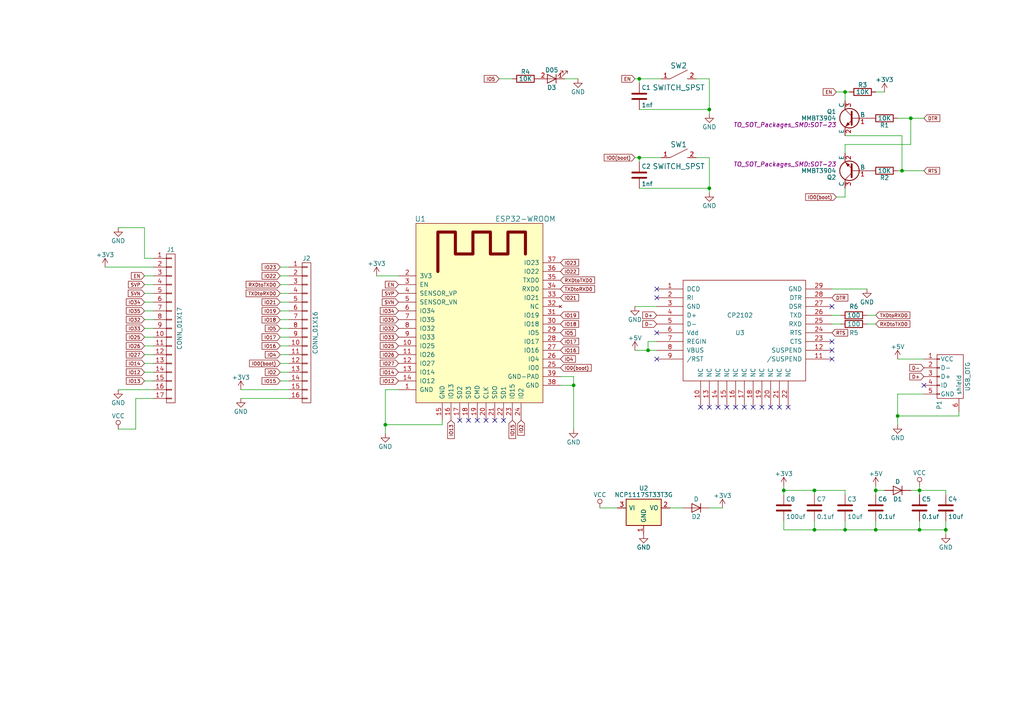
<source format=kicad_sch>
(kicad_sch (version 20230121) (generator eeschema)
  (paper "A4")
  (title_block (title "ESP32Stack") (date "2017-04-20") (rev "1.0") (comment 1 "by asukiaaa") (comment 2 "github.com/asukiaaa/esp32stack"))
  (lib_symbols
    (symbol "esp32stack-rescue:+3.3V" (power) (pin_names (offset 0))
      (property "Value" "+3.3V" (at 0 3.556 0))
      (symbol "+3.3V_0_1"
        (polyline (pts (xy -0.762 1.27) (xy 0 2.54)))
        (polyline (pts (xy 0 0) (xy 0 2.54)))
        (polyline (pts (xy 0 2.54) (xy 0.762 1.27)))
      )
      (symbol "+3.3V_1_1"
        (pin power_in line (at 0 0 90) (length 0) hide (name "+3V3") (number "1"))
      )
    )
    (symbol "esp32stack-rescue:+5V" (power) (pin_names (offset 0))
      (property "Value" "+5V" (at 0 3.556 0))
      (symbol "+5V_0_1"
        (polyline (pts (xy -0.762 1.27) (xy 0 2.54)))
        (polyline (pts (xy 0 0) (xy 0 2.54)))
        (polyline (pts (xy 0 2.54) (xy 0.762 1.27)))
      )
      (symbol "+5V_1_1"
        (pin power_in line (at 0 0 90) (length 0) hide (name "+5V") (number "1"))
      )
    )
    (symbol "esp32stack-rescue:C" (pin_numbers hide) (pin_names (offset 0.254))
      (property "Reference" "C" (at 0.635 2.54 0))
      (property "Value" "C" (at 0.635 -2.54 0))
      (symbol "C_0_1"
        (polyline (pts (xy -2.032 -0.762) (xy 2.032 -0.762)) (stroke (width 0.508)))
        (polyline (pts (xy -2.032 0.762) (xy 2.032 0.762)) (stroke (width 0.508)))
      )
      (symbol "C_1_1"
        (pin passive line (at 0 3.81 270) (length 2.794) (name "~") (number "1"))
        (pin passive line (at 0 -3.81 90) (length 2.794) (name "~") (number "2"))
      )
    )
    (symbol "esp32stack-rescue:CONN_01X16" (pin_names (offset 1.016) hide)
      (property "Reference" "J" (at 0 21.59 0))
      (property "Value" "CONN_01X16" (at 2.54 0 90))
      (symbol "CONN_01X16_0_1"
        (rectangle (start -1.27 -18.923) (end 0.254 -19.177))
        (rectangle (start -1.27 -16.383) (end 0.254 -16.637))
        (rectangle (start -1.27 -13.843) (end 0.254 -14.097))
        (rectangle (start -1.27 -11.303) (end 0.254 -11.557))
        (rectangle (start -1.27 -8.763) (end 0.254 -9.017))
        (rectangle (start -1.27 -6.223) (end 0.254 -6.477))
        (rectangle (start -1.27 -3.683) (end 0.254 -3.937))
        (rectangle (start -1.27 -1.143) (end 0.254 -1.397))
        (rectangle (start -1.27 1.397) (end 0.254 1.143))
        (rectangle (start -1.27 3.937) (end 0.254 3.683))
        (rectangle (start -1.27 6.477) (end 0.254 6.223))
        (rectangle (start -1.27 9.017) (end 0.254 8.763))
        (rectangle (start -1.27 11.557) (end 0.254 11.303))
        (rectangle (start -1.27 14.097) (end 0.254 13.843))
        (rectangle (start -1.27 16.637) (end 0.254 16.383))
        (rectangle (start -1.27 19.177) (end 0.254 18.923))
        (rectangle (start -1.27 20.32) (end 1.27 -20.32))
      )
      (symbol "CONN_01X16_1_1"
        (pin passive line (at -5.08 19.05 0) (length 3.81) (name "P1") (number "1"))
        (pin passive line (at -5.08 -3.81 0) (length 3.81) (name "P10") (number "10"))
        (pin passive line (at -5.08 -6.35 0) (length 3.81) (name "P11") (number "11"))
        (pin passive line (at -5.08 -8.89 0) (length 3.81) (name "P12") (number "12"))
        (pin passive line (at -5.08 -11.43 0) (length 3.81) (name "P13") (number "13"))
        (pin passive line (at -5.08 -13.97 0) (length 3.81) (name "P14") (number "14"))
        (pin passive line (at -5.08 -16.51 0) (length 3.81) (name "P15") (number "15"))
        (pin passive line (at -5.08 -19.05 0) (length 3.81) (name "P16") (number "16"))
        (pin passive line (at -5.08 16.51 0) (length 3.81) (name "P2") (number "2"))
        (pin passive line (at -5.08 13.97 0) (length 3.81) (name "P3") (number "3"))
        (pin passive line (at -5.08 11.43 0) (length 3.81) (name "P4") (number "4"))
        (pin passive line (at -5.08 8.89 0) (length 3.81) (name "P5") (number "5"))
        (pin passive line (at -5.08 6.35 0) (length 3.81) (name "P6") (number "6"))
        (pin passive line (at -5.08 3.81 0) (length 3.81) (name "P7") (number "7"))
        (pin passive line (at -5.08 1.27 0) (length 3.81) (name "P8") (number "8"))
        (pin passive line (at -5.08 -1.27 0) (length 3.81) (name "P9") (number "9"))
      )
    )
    (symbol "esp32stack-rescue:CONN_01X17" (pin_names (offset 1.016) hide)
      (property "Reference" "J" (at 0 22.86 0))
      (property "Value" "CONN_01X17" (at 2.54 0 90))
      (symbol "CONN_01X17_0_1"
        (rectangle (start -1.27 -20.193) (end 0.254 -20.447))
        (rectangle (start -1.27 -17.653) (end 0.254 -17.907))
        (rectangle (start -1.27 -15.113) (end 0.254 -15.367))
        (rectangle (start -1.27 -12.573) (end 0.254 -12.827))
        (rectangle (start -1.27 -10.033) (end 0.254 -10.287))
        (rectangle (start -1.27 -7.493) (end 0.254 -7.747))
        (rectangle (start -1.27 -4.953) (end 0.254 -5.207))
        (rectangle (start -1.27 -2.413) (end 0.254 -2.667))
        (rectangle (start -1.27 0.127) (end 0.254 -0.127))
        (rectangle (start -1.27 2.667) (end 0.254 2.413))
        (rectangle (start -1.27 5.207) (end 0.254 4.953))
        (rectangle (start -1.27 7.747) (end 0.254 7.493))
        (rectangle (start -1.27 10.287) (end 0.254 10.033))
        (rectangle (start -1.27 12.827) (end 0.254 12.573))
        (rectangle (start -1.27 15.367) (end 0.254 15.113))
        (rectangle (start -1.27 17.907) (end 0.254 17.653))
        (rectangle (start -1.27 20.447) (end 0.254 20.193))
        (rectangle (start -1.27 21.59) (end 1.27 -21.59))
      )
      (symbol "CONN_01X17_1_1"
        (pin passive line (at -5.08 20.32 0) (length 3.81) (name "P1") (number "1"))
        (pin passive line (at -5.08 -2.54 0) (length 3.81) (name "P10") (number "10"))
        (pin passive line (at -5.08 -5.08 0) (length 3.81) (name "P11") (number "11"))
        (pin passive line (at -5.08 -7.62 0) (length 3.81) (name "P12") (number "12"))
        (pin passive line (at -5.08 -10.16 0) (length 3.81) (name "P13") (number "13"))
        (pin passive line (at -5.08 -12.7 0) (length 3.81) (name "P14") (number "14"))
        (pin passive line (at -5.08 -15.24 0) (length 3.81) (name "P15") (number "15"))
        (pin passive line (at -5.08 -17.78 0) (length 3.81) (name "P16") (number "16"))
        (pin passive line (at -5.08 -20.32 0) (length 3.81) (name "P17") (number "17"))
        (pin passive line (at -5.08 17.78 0) (length 3.81) (name "P2") (number "2"))
        (pin passive line (at -5.08 15.24 0) (length 3.81) (name "P3") (number "3"))
        (pin passive line (at -5.08 12.7 0) (length 3.81) (name "P4") (number "4"))
        (pin passive line (at -5.08 10.16 0) (length 3.81) (name "P5") (number "5"))
        (pin passive line (at -5.08 7.62 0) (length 3.81) (name "P6") (number "6"))
        (pin passive line (at -5.08 5.08 0) (length 3.81) (name "P7") (number "7"))
        (pin passive line (at -5.08 2.54 0) (length 3.81) (name "P8") (number "8"))
        (pin passive line (at -5.08 0 0) (length 3.81) (name "P9") (number "9"))
      )
    )
    (symbol "esp32stack-rescue:CP2102" (pin_names (offset 1.016))
      (property "Reference" "U" (at 0 -2.54 0))
      (property "Value" "CP2102" (at 0 2.54 0))
      (symbol "CP2102_0_1"
        (rectangle (start -16.51 12.7) (end 19.05 -16.51))
      )
      (symbol "CP2102_1_1"
        (pin input line (at -24.13 10.16 0) (length 7.62) (name "DCD") (number "1"))
        (pin input line (at -11.43 -24.13 90) (length 7.62) (name "NC") (number "10"))
        (pin input line (at 26.67 -10.16 180) (length 7.62) (name "/SUSPEND") (number "11"))
        (pin input line (at 26.67 -7.62 180) (length 7.62) (name "SUSPEND") (number "12"))
        (pin input line (at -8.89 -24.13 90) (length 7.62) (name "NC") (number "13"))
        (pin input line (at -6.35 -24.13 90) (length 7.62) (name "NC") (number "14"))
        (pin input line (at -3.81 -24.13 90) (length 7.62) (name "NC") (number "15"))
        (pin input line (at -1.27 -24.13 90) (length 7.62) (name "NC") (number "16"))
        (pin input line (at 1.27 -24.13 90) (length 7.62) (name "NC") (number "17"))
        (pin input line (at 3.81 -24.13 90) (length 7.62) (name "NC") (number "18"))
        (pin input line (at 6.35 -24.13 90) (length 7.62) (name "NC") (number "19"))
        (pin input line (at -24.13 7.62 0) (length 7.62) (name "RI") (number "2"))
        (pin input line (at 8.89 -24.13 90) (length 7.62) (name "NC") (number "20"))
        (pin input line (at 11.43 -24.13 90) (length 7.62) (name "NC") (number "21"))
        (pin input line (at 13.97 -24.13 90) (length 7.62) (name "NC") (number "22"))
        (pin input line (at 26.67 -5.08 180) (length 7.62) (name "CTS") (number "23"))
        (pin input line (at 26.67 -2.54 180) (length 7.62) (name "RTS") (number "24"))
        (pin input line (at 26.67 0 180) (length 7.62) (name "RXD") (number "25"))
        (pin input line (at 26.67 2.54 180) (length 7.62) (name "TXD") (number "26"))
        (pin input line (at 26.67 5.08 180) (length 7.62) (name "DSR") (number "27"))
        (pin input line (at 26.67 7.62 180) (length 7.62) (name "DTR") (number "28"))
        (pin input line (at 26.67 10.16 180) (length 7.62) (name "GND") (number "29"))
        (pin input line (at -24.13 5.08 0) (length 7.62) (name "GND") (number "3"))
        (pin input line (at -24.13 2.54 0) (length 7.62) (name "D+") (number "4"))
        (pin input line (at -24.13 0 0) (length 7.62) (name "D-") (number "5"))
        (pin input line (at -24.13 -2.54 0) (length 7.62) (name "Vdd") (number "6"))
        (pin input line (at -24.13 -5.08 0) (length 7.62) (name "REGIN") (number "7"))
        (pin input line (at -24.13 -7.62 0) (length 7.62) (name "VBUS") (number "8"))
        (pin input line (at -24.13 -10.16 0) (length 7.62) (name "/RST") (number "9"))
      )
    )
    (symbol "esp32stack-rescue:D" (pin_numbers hide) (pin_names (offset 1.016) hide)
      (property "Reference" "D" (at 0 2.54 0))
      (property "Value" "D" (at 0 -2.54 0))
      (symbol "D_0_1"
        (polyline (pts (xy -1.27 1.27) (xy -1.27 -1.27)) (stroke (width 0.2032)))
        (polyline (pts (xy 1.27 0) (xy -1.27 0)))
        (polyline (pts (xy 1.27 1.27) (xy 1.27 -1.27) (xy -1.27 0) (xy 1.27 1.27)) (stroke (width 0.2032)))
      )
      (symbol "D_1_1"
        (pin passive line (at -3.81 0 0) (length 2.54) (name "K") (number "1"))
        (pin passive line (at 3.81 0 180) (length 2.54) (name "A") (number "2"))
      )
    )
    (symbol "esp32stack-rescue:ESP32-WROOM" (pin_names (offset 1.016))
      (property "Reference" "U" (at -17.78 31.75 0))
      (property "Value" "ESP32-WROOM" (at 12.7 31.75 0))
      (symbol "ESP32-WROOM_0_1"
        (rectangle (start -19.05 30.48) (end 17.78 -21.59) (fill (type background)))
        (polyline (pts (xy -12.7 16.51) (xy -12.7 27.94) (xy -7.62 27.94) (xy -7.62 21.59) (xy -2.54 21.59) (xy -2.54 27.94) (xy 2.54 27.94) (xy 2.54 21.59) (xy 7.62 21.59) (xy 7.62 27.94) (xy 12.7 27.94) (xy 12.7 21.59)) (stroke (width 0.889)))
      )
      (symbol "ESP32-WROOM_1_1"
        (pin power_out line (at -24.13 -17.78 0) (length 5.08) (name "GND") (number "1"))
        (pin bidirectional line (at -24.13 -5.08 0) (length 5.08) (name "IO25") (number "10"))
        (pin bidirectional line (at -24.13 -7.62 0) (length 5.08) (name "IO26") (number "11"))
        (pin bidirectional line (at -24.13 -10.16 0) (length 5.08) (name "IO27") (number "12"))
        (pin bidirectional line (at -24.13 -12.7 0) (length 5.08) (name "IO14") (number "13"))
        (pin bidirectional line (at -24.13 -15.24 0) (length 5.08) (name "IO12") (number "14"))
        (pin power_in line (at -11.43 -26.67 90) (length 5.08) (name "GND") (number "15"))
        (pin bidirectional line (at -8.89 -26.67 90) (length 5.08) (name "IO13") (number "16"))
        (pin bidirectional line (at -6.35 -26.67 90) (length 5.08) (name "SD2") (number "17"))
        (pin bidirectional line (at -3.81 -26.67 90) (length 5.08) (name "SD3") (number "18"))
        (pin bidirectional line (at -1.27 -26.67 90) (length 5.08) (name "CMD") (number "19"))
        (pin power_in line (at -24.13 15.24 0) (length 5.08) (name "3V3") (number "2"))
        (pin input line (at 1.27 -26.67 90) (length 5.08) (name "CLK") (number "20"))
        (pin bidirectional line (at 3.81 -26.67 90) (length 5.08) (name "SDO") (number "21"))
        (pin bidirectional line (at 6.35 -26.67 90) (length 5.08) (name "SD1") (number "22"))
        (pin bidirectional line (at 8.89 -26.67 90) (length 5.08) (name "IO15") (number "23"))
        (pin bidirectional line (at 11.43 -26.67 90) (length 5.08) (name "IO2") (number "24"))
        (pin bidirectional line (at 22.86 -11.43 180) (length 5.08) (name "IO0") (number "25"))
        (pin input line (at 22.86 -8.89 180) (length 5.08) (name "IO4") (number "26"))
        (pin bidirectional line (at 22.86 -6.35 180) (length 5.08) (name "IO16") (number "27"))
        (pin bidirectional line (at 22.86 -3.81 180) (length 5.08) (name "IO17") (number "28"))
        (pin bidirectional line (at 22.86 -1.27 180) (length 5.08) (name "IO5") (number "29"))
        (pin input line (at -24.13 12.7 0) (length 5.08) (name "EN") (number "3"))
        (pin input line (at 22.86 1.27 180) (length 5.08) (name "IO18") (number "30"))
        (pin bidirectional line (at 22.86 3.81 180) (length 5.08) (name "IO19") (number "31"))
        (pin no_connect line (at 22.86 6.35 180) (length 5.08) (name "NC") (number "32"))
        (pin bidirectional line (at 22.86 8.89 180) (length 5.08) (name "IO21") (number "33"))
        (pin bidirectional line (at 22.86 11.43 180) (length 5.08) (name "RXD0") (number "34"))
        (pin bidirectional line (at 22.86 13.97 180) (length 5.08) (name "TXD0") (number "35"))
        (pin bidirectional line (at 22.86 16.51 180) (length 5.08) (name "IO22") (number "36"))
        (pin bidirectional line (at 22.86 19.05 180) (length 5.08) (name "IO23") (number "37"))
        (pin power_in line (at 22.86 -16.51 180) (length 5.08) (name "GND") (number "38"))
        (pin power_in line (at 22.86 -13.97 180) (length 5.08) (name "GND-PAD") (number "39"))
        (pin input line (at -24.13 10.16 0) (length 5.08) (name "SENSOR_VP") (number "4"))
        (pin input line (at -24.13 7.62 0) (length 5.08) (name "SENSOR_VN") (number "5"))
        (pin bidirectional line (at -24.13 5.08 0) (length 5.08) (name "IO34") (number "6"))
        (pin bidirectional line (at -24.13 2.54 0) (length 5.08) (name "IO35") (number "7"))
        (pin bidirectional line (at -24.13 0 0) (length 5.08) (name "IO32") (number "8"))
        (pin bidirectional line (at -24.13 -2.54 0) (length 5.08) (name "IO33") (number "9"))
      )
    )
    (symbol "esp32stack-rescue:GND" (power) (pin_names (offset 0))
      (property "Value" "GND" (at 0 -3.81 0))
      (symbol "GND_0_1"
        (polyline (pts (xy 0 0) (xy 0 -1.27) (xy 1.27 -1.27) (xy 0 -2.54) (xy -1.27 -1.27) (xy 0 -1.27)))
      )
      (symbol "GND_1_1"
        (pin power_in line (at 0 0 270) (length 0) hide (name "GND") (number "1"))
      )
    )
    (symbol "esp32stack-rescue:LED" (pin_names (offset 1.016) hide)
      (property "Reference" "D" (at 0 2.54 0))
      (property "Value" "LED" (at 0 -2.54 0))
      (symbol "LED_0_1"
        (polyline (pts (xy -1.27 -1.27) (xy -1.27 1.27)) (stroke (width 0.2032)))
        (polyline (pts (xy -1.27 0) (xy 1.27 0)))
        (polyline (pts (xy 1.27 -1.27) (xy 1.27 1.27) (xy -1.27 0) (xy 1.27 -1.27)) (stroke (width 0.2032)))
        (polyline (pts (xy -3.048 -0.762) (xy -4.572 -2.286) (xy -3.81 -2.286) (xy -4.572 -2.286) (xy -4.572 -1.524)))
        (polyline (pts (xy -1.778 -0.762) (xy -3.302 -2.286) (xy -2.54 -2.286) (xy -3.302 -2.286) (xy -3.302 -1.524)))
      )
      (symbol "LED_1_1"
        (pin passive line (at -3.81 0 0) (length 2.54) (name "K") (number "1"))
        (pin passive line (at 3.81 0 180) (length 2.54) (name "A") (number "2"))
      )
    )
    (symbol "esp32stack-rescue:MMBT3904" (pin_names (offset 0))
      (property "Reference" "Q" (at 5.08 1.905 0))
      (property "Value" "MMBT3904" (at 5.08 0 0))
      (symbol "MMBT3904_0_1"
        (polyline (pts (xy 0 0) (xy 0.635 0)))
        (polyline (pts (xy 0.635 0.635) (xy 2.54 2.54)))
        (polyline (pts (xy 0.635 -0.635) (xy 2.54 -2.54) (xy 2.54 -2.54)))
        (polyline (pts (xy 0.635 1.905) (xy 0.635 -1.905) (xy 0.635 -1.905)) (stroke (width 0.508)))
        (polyline (pts (xy 1.27 -1.778) (xy 1.778 -1.27) (xy 2.286 -2.286) (xy 1.27 -1.778) (xy 1.27 -1.778)) (fill (type outline)))
        (circle (center 1.27 0) (radius 2.8194) (stroke (width 0.254)))
      )
      (symbol "MMBT3904_1_1"
        (pin input line (at -5.08 0 0) (length 5.08) (name "B") (number "1"))
        (pin passive line (at 2.54 -5.08 90) (length 2.54) (name "E") (number "2"))
        (pin passive line (at 2.54 5.08 270) (length 2.54) (name "C") (number "3"))
      )
    )
    (symbol "esp32stack-rescue:NCP1117ST33T3G" (pin_names (offset 0.762))
      (property "Reference" "U" (at 0 5.715 0))
      (property "Value" "NCP1117ST33T3G" (at 0 3.81 0))
      (symbol "NCP1117ST33T3G_0_1"
        (rectangle (start -5.08 2.54) (end 5.08 -5.08) (stroke (width 0.254)) (fill (type background)))
      )
      (symbol "NCP1117ST33T3G_1_1"
        (pin power_in line (at 0 -7.62 90) (length 2.54) (name "GND") (number "1"))
        (pin power_out line (at 7.62 0 180) (length 2.54) (name "VO") (number "2"))
        (pin power_in line (at -7.62 0 0) (length 2.54) (name "VI") (number "3"))
      )
    )
    (symbol "esp32stack-rescue:R" (pin_numbers hide) (pin_names (offset 0))
      (property "Reference" "R" (at 2.032 0 90))
      (property "Value" "R" (at 0 0 90))
      (symbol "R_0_1"
        (rectangle (start -1.016 -2.54) (end 1.016 2.54) (stroke (width 0.254)))
      )
      (symbol "R_1_1"
        (pin passive line (at 0 3.81 270) (length 1.27) (name "~") (number "1"))
        (pin passive line (at 0 -3.81 90) (length 1.27) (name "~") (number "2"))
      )
    )
    (symbol "esp32stack-rescue:SWITCH_SPST" (pin_names (offset 1.016))
      (property "Reference" "SW" (at 0 3.81 0))
      (property "Value" "SWITCH_SPST" (at 0 -2.54 0))
      (symbol "SWITCH_SPST_0_1"
        (polyline (pts (xy -2.54 0) (xy 2.54 2.54)))
      )
      (symbol "SWITCH_SPST_1_1"
        (pin input line (at -5.08 0 0) (length 2.54) (name "~") (number "1"))
        (pin input line (at 5.08 0 180) (length 2.54) (name "~") (number "2"))
      )
    )
    (symbol "esp32stack-rescue:USB_OTG-RESCUE-esp32stack" (pin_names (offset 1.016))
      (property "Reference" "P" (at 8.255 -3.175 0))
      (property "Value" "USB_OTG-RESCUE-esp32stack" (at 0 5.08 0))
      (symbol "USB_OTG-RESCUE-esp32stack_0_1"
        (rectangle (start -6.35 -3.81) (end 6.35 3.81))
        (rectangle (start -5.207 -3.81) (end -4.953 -3.048))
        (rectangle (start -2.667 -3.81) (end -2.413 -3.048))
        (rectangle (start -0.127 -3.81) (end 0.127 -3.048))
        (rectangle (start 2.413 -3.81) (end 2.667 -3.048))
        (rectangle (start 4.953 -3.81) (end 5.207 -3.048))
      )
      (symbol "USB_OTG-RESCUE-esp32stack_1_1"
        (pin power_out line (at -5.08 -7.62 90) (length 3.81) (name "VCC") (number "1"))
        (pin passive line (at -2.54 -7.62 90) (length 3.81) (name "D-") (number "2"))
        (pin passive line (at 0 -7.62 90) (length 3.81) (name "D+") (number "3"))
        (pin power_in line (at 2.54 -7.62 90) (length 3.81) (name "ID") (number "4"))
        (pin power_in line (at 5.08 -7.62 90) (length 3.81) (name "GND") (number "5"))
        (pin passive line (at 10.16 2.54 180) (length 3.81) (name "shield") (number "6"))
      )
    )
    (symbol "esp32stack-rescue:VCC" (power) (pin_names (offset 0))
      (property "Value" "VCC" (at 0 3.81 0))
      (symbol "VCC_0_1"
        (polyline (pts (xy 0 0) (xy 0 1.27)))
        (circle (center 0 1.905) (radius 0.635))
      )
      (symbol "VCC_1_1"
        (pin power_in line (at 0 0 90) (length 0) hide (name "VCC") (number "1"))
      )
    )
  )
  (junction (at 264.16 34.29))
  (junction (at 205.74 54.61))
  (junction (at 185.42 45.72))
  (junction (at 205.74 31.75))
  (junction (at 254 142.24))
  (junction (at 227.33 142.24))
  (junction (at 187.96 101.6))
  (junction (at 111.76 123.19))
  (junction (at 261.62 49.53))
  (junction (at 166.37 111.76))
  (junction (at 236.22 142.24))
  (junction (at 260.35 120.65))
  (junction (at 245.11 26.67))
  (junction (at 266.7 142.24))
  (junction (at 185.42 22.86))
  (junction (at 266.7 153.67))
  (junction (at 254 153.67))
  (junction (at 274.32 153.67))
  (junction (at 236.22 153.67))
  (junction (at 245.11 153.67))
  (no_connect (at 226.06 118.11))
  (no_connect (at 335.28 90.17))
  (no_connect (at 208.28 118.11))
  (no_connect (at 241.3 88.9))
  (no_connect (at 203.2 118.11))
  (no_connect (at 220.98 118.11))
  (no_connect (at 210.82 118.11))
  (no_connect (at 143.51 121.92))
  (no_connect (at 138.43 121.92))
  (no_connect (at 190.5 96.52))
  (no_connect (at 223.52 118.11))
  (no_connect (at 205.74 118.11))
  (no_connect (at 146.05 121.92))
  (no_connect (at 241.3 101.6))
  (no_connect (at 215.9 118.11))
  (no_connect (at 241.3 104.14))
  (no_connect (at 133.35 121.92))
  (no_connect (at 190.5 104.14))
  (no_connect (at 218.44 118.11))
  (no_connect (at 135.89 121.92))
  (no_connect (at 241.3 99.06))
  (no_connect (at 228.6 118.11))
  (no_connect (at 213.36 118.11))
  (no_connect (at 267.97 111.76))
  (no_connect (at 140.97 121.92))
  (no_connect (at 190.5 86.36))
  (no_connect (at 190.5 83.82))
  (wire (pts (xy 190.5 99.06) (xy 187.96 99.06)))
  (wire (pts (xy 264.16 41.91) (xy 264.16 34.29)))
  (wire (pts (xy 245.11 41.91) (xy 264.16 41.91)))
  (wire (pts (xy 41.91 95.25) (xy 44.45 95.25)))
  (wire (pts (xy 266.7 142.24) (xy 266.7 143.51)))
  (wire (pts (xy 260.35 114.3) (xy 260.35 120.65)))
  (wire (pts (xy 41.91 100.33) (xy 44.45 100.33)))
  (wire (pts (xy 227.33 142.24) (xy 227.33 143.51)))
  (wire (pts (xy 34.29 113.03) (xy 44.45 113.03)))
  (wire (pts (xy 254 26.67) (xy 256.54 26.67)))
  (wire (pts (xy 173.99 147.32) (xy 179.07 147.32)))
  (wire (pts (xy 41.91 82.55) (xy 44.45 82.55)))
  (wire (pts (xy 41.91 74.93) (xy 44.45 74.93)))
  (wire (pts (xy 245.11 26.67) (xy 246.38 26.67)))
  (wire (pts (xy 205.74 54.61) (xy 205.74 55.88)))
  (wire (pts (xy 236.22 143.51) (xy 236.22 142.24)))
  (wire (pts (xy 111.76 123.19) (xy 111.76 125.73)))
  (wire (pts (xy 162.56 109.22) (xy 166.37 109.22)))
  (wire (pts (xy 242.57 26.67) (xy 245.11 26.67)))
  (wire (pts (xy 201.93 45.72) (xy 205.74 45.72)))
  (wire (pts (xy 41.91 97.79) (xy 44.45 97.79)))
  (wire (pts (xy 41.91 110.49) (xy 44.45 110.49)))
  (wire (pts (xy 227.33 140.97) (xy 227.33 142.24)))
  (wire (pts (xy 30.48 77.47) (xy 44.45 77.47)))
  (wire (pts (xy 254 153.67) (xy 266.7 153.67)))
  (wire (pts (xy 166.37 109.22) (xy 166.37 111.76)))
  (wire (pts (xy 81.28 97.79) (xy 83.82 97.79)))
  (wire (pts (xy 41.91 80.01) (xy 44.45 80.01)))
  (wire (pts (xy 205.74 31.75) (xy 205.74 33.02)))
  (wire (pts (xy 41.91 107.95) (xy 44.45 107.95)))
  (wire (pts (xy 241.3 91.44) (xy 243.84 91.44)))
  (wire (pts (xy 69.85 115.57) (xy 83.82 115.57)))
  (wire (pts (xy 278.13 120.65) (xy 260.35 120.65)))
  (wire (pts (xy 41.91 92.71) (xy 44.45 92.71)))
  (wire (pts (xy 260.35 120.65) (xy 260.35 123.19)))
  (wire (pts (xy 185.42 54.61) (xy 205.74 54.61)))
  (wire (pts (xy 242.57 57.15) (xy 245.11 57.15)))
  (wire (pts (xy 69.85 113.03) (xy 83.82 113.03)))
  (wire (pts (xy 205.74 22.86) (xy 205.74 31.75)))
  (wire (pts (xy 260.35 34.29) (xy 264.16 34.29)))
  (wire (pts (xy 187.96 101.6) (xy 190.5 101.6)))
  (wire (pts (xy 39.37 124.46) (xy 34.29 124.46)))
  (wire (pts (xy 266.7 140.97) (xy 266.7 142.24)))
  (wire (pts (xy 241.3 93.98) (xy 243.84 93.98)))
  (wire (pts (xy 185.42 22.86) (xy 191.77 22.86)))
  (wire (pts (xy 115.57 113.03) (xy 111.76 113.03)))
  (wire (pts (xy 128.27 123.19) (xy 111.76 123.19)))
  (wire (pts (xy 264.16 142.24) (xy 266.7 142.24)))
  (wire (pts (xy 81.28 110.49) (xy 83.82 110.49)))
  (wire (pts (xy 34.29 66.04) (xy 41.91 66.04)))
  (wire (pts (xy 245.11 57.15) (xy 245.11 54.61)))
  (wire (pts (xy 39.37 115.57) (xy 44.45 115.57)))
  (wire (pts (xy 260.35 114.3) (xy 267.97 114.3)))
  (wire (pts (xy 251.46 93.98) (xy 254 93.98)))
  (wire (pts (xy 184.15 88.9) (xy 190.5 88.9)))
  (wire (pts (xy 236.22 151.13) (xy 236.22 153.67)))
  (wire (pts (xy 41.91 102.87) (xy 44.45 102.87)))
  (wire (pts (xy 184.15 101.6) (xy 187.96 101.6)))
  (wire (pts (xy 81.28 95.25) (xy 83.82 95.25)))
  (wire (pts (xy 163.83 22.86) (xy 167.64 22.86)))
  (wire (pts (xy 236.22 153.67) (xy 245.11 153.67)))
  (wire (pts (xy 236.22 142.24) (xy 245.11 142.24)))
  (wire (pts (xy 81.28 92.71) (xy 83.82 92.71)))
  (wire (pts (xy 81.28 87.63) (xy 83.82 87.63)))
  (wire (pts (xy 81.28 80.01) (xy 83.82 80.01)))
  (wire (pts (xy 261.62 39.37) (xy 261.62 49.53)))
  (wire (pts (xy 184.15 22.86) (xy 185.42 22.86)))
  (wire (pts (xy 39.37 115.57) (xy 39.37 124.46)))
  (wire (pts (xy 254 142.24) (xy 256.54 142.24)))
  (wire (pts (xy 41.91 90.17) (xy 44.45 90.17)))
  (wire (pts (xy 251.46 91.44) (xy 254 91.44)))
  (wire (pts (xy 41.91 105.41) (xy 44.45 105.41)))
  (wire (pts (xy 109.22 80.01) (xy 115.57 80.01)))
  (wire (pts (xy 205.74 45.72) (xy 205.74 54.61)))
  (wire (pts (xy 227.33 153.67) (xy 236.22 153.67)))
  (wire (pts (xy 185.42 45.72) (xy 191.77 45.72)))
  (wire (pts (xy 245.11 39.37) (xy 261.62 39.37)))
  (wire (pts (xy 144.78 22.86) (xy 148.59 22.86)))
  (wire (pts (xy 274.32 153.67) (xy 274.32 154.94)))
  (wire (pts (xy 266.7 153.67) (xy 274.32 153.67)))
  (wire (pts (xy 81.28 85.09) (xy 83.82 85.09)))
  (wire (pts (xy 245.11 153.67) (xy 245.11 151.13)))
  (wire (pts (xy 254 140.97) (xy 254 142.24)))
  (wire (pts (xy 245.11 44.45) (xy 245.11 41.91)))
  (wire (pts (xy 261.62 49.53) (xy 267.97 49.53)))
  (wire (pts (xy 260.35 104.14) (xy 267.97 104.14)))
  (wire (pts (xy 41.91 85.09) (xy 44.45 85.09)))
  (wire (pts (xy 245.11 142.24) (xy 245.11 143.51)))
  (wire (pts (xy 264.16 34.29) (xy 267.97 34.29)))
  (wire (pts (xy 81.28 107.95) (xy 83.82 107.95)))
  (wire (pts (xy 274.32 142.24) (xy 274.32 143.51)))
  (wire (pts (xy 128.27 121.92) (xy 128.27 123.19)))
  (wire (pts (xy 274.32 151.13) (xy 274.32 153.67)))
  (wire (pts (xy 266.7 153.67) (xy 266.7 151.13)))
  (wire (pts (xy 81.28 105.41) (xy 83.82 105.41)))
  (wire (pts (xy 254 142.24) (xy 254 143.51)))
  (wire (pts (xy 245.11 153.67) (xy 254 153.67)))
  (wire (pts (xy 185.42 22.86) (xy 185.42 24.13)))
  (wire (pts (xy 41.91 87.63) (xy 44.45 87.63)))
  (wire (pts (xy 260.35 49.53) (xy 261.62 49.53)))
  (wire (pts (xy 41.91 66.04) (xy 41.91 74.93)))
  (wire (pts (xy 81.28 82.55) (xy 83.82 82.55)))
  (wire (pts (xy 162.56 111.76) (xy 166.37 111.76)))
  (wire (pts (xy 81.28 102.87) (xy 83.82 102.87)))
  (wire (pts (xy 81.28 77.47) (xy 83.82 77.47)))
  (wire (pts (xy 241.3 83.82) (xy 251.46 83.82)))
  (wire (pts (xy 227.33 142.24) (xy 236.22 142.24)))
  (wire (pts (xy 184.15 45.72) (xy 185.42 45.72)))
  (wire (pts (xy 187.96 99.06) (xy 187.96 101.6)))
  (wire (pts (xy 81.28 100.33) (xy 83.82 100.33)))
  (wire (pts (xy 166.37 111.76) (xy 166.37 124.46)))
  (wire (pts (xy 111.76 113.03) (xy 111.76 123.19)))
  (wire (pts (xy 205.74 147.32) (xy 209.55 147.32)))
  (wire (pts (xy 254 151.13) (xy 254 153.67)))
  (wire (pts (xy 185.42 31.75) (xy 205.74 31.75)))
  (wire (pts (xy 266.7 142.24) (xy 274.32 142.24)))
  (wire (pts (xy 194.31 147.32) (xy 198.12 147.32)))
  (wire (pts (xy 201.93 22.86) (xy 205.74 22.86)))
  (wire (pts (xy 227.33 151.13) (xy 227.33 153.67)))
  (wire (pts (xy 185.42 45.72) (xy 185.42 46.99)))
  (wire (pts (xy 278.13 119.38) (xy 278.13 120.65)))
  (wire (pts (xy 81.28 90.17) (xy 83.82 90.17)))
  (wire (pts (xy 245.11 26.67) (xy 245.11 29.21)))
  (global_label "IO27" (shape input) (at 115.57 105.41 180) (effects (font (size 0.9906 0.9906))) (property "Intersheetrefs" "${INTERSHEET_REFS}" (effects hide)))
  (global_label "IO25" (shape input) (at 41.91 97.79 180) (effects (font (size 0.9906 0.9906))) (property "Intersheetrefs" "${INTERSHEET_REFS}" (effects hide)))
  (global_label "IO22" (shape input) (at 162.56 78.74 0) (effects (font (size 0.9906 0.9906))) (property "Intersheetrefs" "${INTERSHEET_REFS}" (effects hide)))
  (global_label "DTR" (shape input) (at 267.97 34.29 0) (effects (font (size 0.9906 0.9906))) (property "Intersheetrefs" "${INTERSHEET_REFS}" (effects hide)))
  (global_label "D+" (shape input) (at 267.97 109.22 180) (effects (font (size 0.9906 0.9906))) (property "Intersheetrefs" "${INTERSHEET_REFS}" (effects hide)))
  (global_label "IO34" (shape input) (at 115.57 90.17 180) (effects (font (size 0.9906 0.9906))) (property "Intersheetrefs" "${INTERSHEET_REFS}" (effects hide)))
  (global_label "IO35" (shape input) (at 115.57 92.71 180) (effects (font (size 0.9906 0.9906))) (property "Intersheetrefs" "${INTERSHEET_REFS}" (effects hide)))
  (global_label "IO35" (shape input) (at 41.91 90.17 180) (effects (font (size 0.9906 0.9906))) (property "Intersheetrefs" "${INTERSHEET_REFS}" (effects hide)))
  (global_label "IO17" (shape input) (at 162.56 99.06 0) (effects (font (size 0.9906 0.9906))) (property "Intersheetrefs" "${INTERSHEET_REFS}" (effects hide)))
  (global_label "IO21" (shape input) (at 81.28 87.63 180) (effects (font (size 0.9906 0.9906))) (property "Intersheetrefs" "${INTERSHEET_REFS}" (effects hide)))
  (global_label "IO16" (shape input) (at 81.28 100.33 180) (effects (font (size 0.9906 0.9906))) (property "Intersheetrefs" "${INTERSHEET_REFS}" (effects hide)))
  (global_label "SVP" (shape input) (at 41.91 82.55 180) (effects (font (size 0.9906 0.9906))) (property "Intersheetrefs" "${INTERSHEET_REFS}" (effects hide)))
  (global_label "RXDtoTXD0" (shape input) (at 254 93.98 0) (effects (font (size 0.9906 0.9906))) (property "Intersheetrefs" "${INTERSHEET_REFS}" (effects hide)))
  (global_label "DTR" (shape input) (at 241.3 86.36 0) (effects (font (size 0.9906 0.9906))) (property "Intersheetrefs" "${INTERSHEET_REFS}" (effects hide)))
  (global_label "SVP" (shape input) (at 115.57 85.09 180) (effects (font (size 0.9906 0.9906))) (property "Intersheetrefs" "${INTERSHEET_REFS}" (effects hide)))
  (global_label "IO0(boot)" (shape input) (at 242.57 57.15 180) (effects (font (size 0.9906 0.9906))) (property "Intersheetrefs" "${INTERSHEET_REFS}" (effects hide)))
  (global_label "IO14" (shape input) (at 115.57 107.95 180) (effects (font (size 0.9906 0.9906))) (property "Intersheetrefs" "${INTERSHEET_REFS}" (effects hide)))
  (global_label "IO4" (shape input) (at 81.28 102.87 180) (effects (font (size 0.9906 0.9906))) (property "Intersheetrefs" "${INTERSHEET_REFS}" (effects hide)))
  (global_label "IO0(boot)" (shape input) (at 81.28 105.41 180) (effects (font (size 0.9906 0.9906))) (property "Intersheetrefs" "${INTERSHEET_REFS}" (effects hide)))
  (global_label "IO33" (shape input) (at 41.91 95.25 180) (effects (font (size 0.9906 0.9906))) (property "Intersheetrefs" "${INTERSHEET_REFS}" (effects hide)))
  (global_label "IO27" (shape input) (at 41.91 102.87 180) (effects (font (size 0.9906 0.9906))) (property "Intersheetrefs" "${INTERSHEET_REFS}" (effects hide)))
  (global_label "IO23" (shape input) (at 162.56 76.2 0) (effects (font (size 0.9906 0.9906))) (property "Intersheetrefs" "${INTERSHEET_REFS}" (effects hide)))
  (global_label "RTS" (shape input) (at 267.97 49.53 0) (effects (font (size 0.9906 0.9906))) (property "Intersheetrefs" "${INTERSHEET_REFS}" (effects hide)))
  (global_label "IO19" (shape input) (at 162.56 91.44 0) (effects (font (size 0.9906 0.9906))) (property "Intersheetrefs" "${INTERSHEET_REFS}" (effects hide)))
  (global_label "D-" (shape input) (at 267.97 106.68 180) (effects (font (size 0.9906 0.9906))) (property "Intersheetrefs" "${INTERSHEET_REFS}" (effects hide)))
  (global_label "IO12" (shape input) (at 41.91 107.95 180) (effects (font (size 0.9906 0.9906))) (property "Intersheetrefs" "${INTERSHEET_REFS}" (effects hide)))
  (global_label "IO5" (shape input) (at 144.78 22.86 180) (effects (font (size 0.9906 0.9906))) (property "Intersheetrefs" "${INTERSHEET_REFS}" (effects hide)))
  (global_label "IO0(boot)" (shape input) (at 184.15 45.72 180) (effects (font (size 0.9906 0.9906))) (property "Intersheetrefs" "${INTERSHEET_REFS}" (effects hide)))
  (global_label "IO2" (shape input) (at 151.13 121.92 270) (effects (font (size 0.9906 0.9906))) (property "Intersheetrefs" "${INTERSHEET_REFS}" (effects hide)))
  (global_label "IO18" (shape input) (at 162.56 93.98 0) (effects (font (size 0.9906 0.9906))) (property "Intersheetrefs" "${INTERSHEET_REFS}" (effects hide)))
  (global_label "TXDtoRXD0" (shape input) (at 81.28 85.09 180) (effects (font (size 0.9906 0.9906))) (property "Intersheetrefs" "${INTERSHEET_REFS}" (effects hide)))
  (global_label "IO13" (shape input) (at 130.81 121.92 270) (effects (font (size 0.9906 0.9906))) (property "Intersheetrefs" "${INTERSHEET_REFS}" (effects hide)))
  (global_label "IO4" (shape input) (at 162.56 104.14 0) (effects (font (size 0.9906 0.9906))) (property "Intersheetrefs" "${INTERSHEET_REFS}" (effects hide)))
  (global_label "IO15" (shape input) (at 148.59 121.92 270) (effects (font (size 0.9906 0.9906))) (property "Intersheetrefs" "${INTERSHEET_REFS}" (effects hide)))
  (global_label "IO0(boot)" (shape input) (at 162.56 106.68 0) (effects (font (size 0.9906 0.9906))) (property "Intersheetrefs" "${INTERSHEET_REFS}" (effects hide)))
  (global_label "IO5" (shape input) (at 81.28 95.25 180) (effects (font (size 0.9906 0.9906))) (property "Intersheetrefs" "${INTERSHEET_REFS}" (effects hide)))
  (global_label "EN" (shape input) (at 41.91 80.01 180) (effects (font (size 0.9906 0.9906))) (property "Intersheetrefs" "${INTERSHEET_REFS}" (effects hide)))
  (global_label "D-" (shape input) (at 190.5 93.98 180) (effects (font (size 0.9906 0.9906))) (property "Intersheetrefs" "${INTERSHEET_REFS}" (effects hide)))
  (global_label "IO16" (shape input) (at 162.56 101.6 0) (effects (font (size 0.9906 0.9906))) (property "Intersheetrefs" "${INTERSHEET_REFS}" (effects hide)))
  (global_label "SVN" (shape input) (at 41.91 85.09 180) (effects (font (size 0.9906 0.9906))) (property "Intersheetrefs" "${INTERSHEET_REFS}" (effects hide)))
  (global_label "IO14" (shape input) (at 41.91 105.41 180) (effects (font (size 0.9906 0.9906))) (property "Intersheetrefs" "${INTERSHEET_REFS}" (effects hide)))
  (global_label "RXDtoTXD0" (shape input) (at 81.28 82.55 180) (effects (font (size 0.9906 0.9906))) (property "Intersheetrefs" "${INTERSHEET_REFS}" (effects hide)))
  (global_label "IO21" (shape input) (at 162.56 86.36 0) (effects (font (size 0.9906 0.9906))) (property "Intersheetrefs" "${INTERSHEET_REFS}" (effects hide)))
  (global_label "IO13" (shape input) (at 41.91 110.49 180) (effects (font (size 0.9906 0.9906))) (property "Intersheetrefs" "${INTERSHEET_REFS}" (effects hide)))
  (global_label "IO34" (shape input) (at 41.91 87.63 180) (effects (font (size 0.9906 0.9906))) (property "Intersheetrefs" "${INTERSHEET_REFS}" (effects hide)))
  (global_label "TXDtoRXD0" (shape input) (at 254 91.44 0) (effects (font (size 0.9906 0.9906))) (property "Intersheetrefs" "${INTERSHEET_REFS}" (effects hide)))
  (global_label "D+" (shape input) (at 190.5 91.44 180) (effects (font (size 0.9906 0.9906))) (property "Intersheetrefs" "${INTERSHEET_REFS}" (effects hide)))
  (global_label "IO2" (shape input) (at 81.28 107.95 180) (effects (font (size 0.9906 0.9906))) (property "Intersheetrefs" "${INTERSHEET_REFS}" (effects hide)))
  (global_label "EN" (shape input) (at 184.15 22.86 180) (effects (font (size 0.9906 0.9906))) (property "Intersheetrefs" "${INTERSHEET_REFS}" (effects hide)))
  (global_label "SVN" (shape input) (at 115.57 87.63 180) (effects (font (size 0.9906 0.9906))) (property "Intersheetrefs" "${INTERSHEET_REFS}" (effects hide)))
  (global_label "IO19" (shape input) (at 81.28 90.17 180) (effects (font (size 0.9906 0.9906))) (property "Intersheetrefs" "${INTERSHEET_REFS}" (effects hide)))
  (global_label "IO22" (shape input) (at 81.28 80.01 180) (effects (font (size 0.9906 0.9906))) (property "Intersheetrefs" "${INTERSHEET_REFS}" (effects hide)))
  (global_label "IO12" (shape input) (at 115.57 110.49 180) (effects (font (size 0.9906 0.9906))) (property "Intersheetrefs" "${INTERSHEET_REFS}" (effects hide)))
  (global_label "IO5" (shape input) (at 162.56 96.52 0) (effects (font (size 0.9906 0.9906))) (property "Intersheetrefs" "${INTERSHEET_REFS}" (effects hide)))
  (global_label "RXDtoTXD0" (shape input) (at 162.56 81.28 0) (effects (font (size 0.9906 0.9906))) (property "Intersheetrefs" "${INTERSHEET_REFS}" (effects hide)))
  (global_label "EN" (shape input) (at 115.57 82.55 180) (effects (font (size 0.9906 0.9906))) (property "Intersheetrefs" "${INTERSHEET_REFS}" (effects hide)))
  (global_label "IO33" (shape input) (at 115.57 97.79 180) (effects (font (size 0.9906 0.9906))) (property "Intersheetrefs" "${INTERSHEET_REFS}" (effects hide)))
  (global_label "IO17" (shape input) (at 81.28 97.79 180) (effects (font (size 0.9906 0.9906))) (property "Intersheetrefs" "${INTERSHEET_REFS}" (effects hide)))
  (global_label "IO26" (shape input) (at 115.57 102.87 180) (effects (font (size 0.9906 0.9906))) (property "Intersheetrefs" "${INTERSHEET_REFS}" (effects hide)))
  (global_label "IO32" (shape input) (at 41.91 92.71 180) (effects (font (size 0.9906 0.9906))) (property "Intersheetrefs" "${INTERSHEET_REFS}" (effects hide)))
  (global_label "RTS" (shape input) (at 241.3 96.52 0) (effects (font (size 0.9906 0.9906))) (property "Intersheetrefs" "${INTERSHEET_REFS}" (effects hide)))
  (global_label "IO32" (shape input) (at 115.57 95.25 180) (effects (font (size 0.9906 0.9906))) (property "Intersheetrefs" "${INTERSHEET_REFS}" (effects hide)))
  (global_label "TXDtoRXD0" (shape input) (at 162.56 83.82 0) (effects (font (size 0.9906 0.9906))) (property "Intersheetrefs" "${INTERSHEET_REFS}" (effects hide)))
  (global_label "IO25" (shape input) (at 115.57 100.33 180) (effects (font (size 0.9906 0.9906))) (property "Intersheetrefs" "${INTERSHEET_REFS}" (effects hide)))
  (global_label "EN" (shape input) (at 242.57 26.67 180) (effects (font (size 0.9906 0.9906))) (property "Intersheetrefs" "${INTERSHEET_REFS}" (effects hide)))
  (global_label "IO26" (shape input) (at 41.91 100.33 180) (effects (font (size 0.9906 0.9906))) (property "Intersheetrefs" "${INTERSHEET_REFS}" (effects hide)))
  (global_label "IO18" (shape input) (at 81.28 92.71 180) (effects (font (size 0.9906 0.9906))) (property "Intersheetrefs" "${INTERSHEET_REFS}" (effects hide)))
  (global_label "IO23" (shape input) (at 81.28 77.47 180) (effects (font (size 0.9906 0.9906))) (property "Intersheetrefs" "${INTERSHEET_REFS}" (effects hide)))
  (global_label "IO15" (shape input) (at 81.28 110.49 180) (effects (font (size 0.9906 0.9906))) (property "Intersheetrefs" "${INTERSHEET_REFS}" (effects hide)))
  (symbol (lib_id "esp32stack-rescue:GND") (at 111.76 125.73 0) (unit 1)
    (property "Reference" "#PWR01" (effects hide))
    (property "Value" "GND" (at 111.76 129.54 0))
  )
  (symbol (lib_id "esp32stack-rescue:GND") (at 166.37 124.46 0) (unit 1)
    (property "Reference" "#PWR02" (effects hide))
    (property "Value" "GND" (at 166.37 128.27 0))
  )
  (symbol (lib_id "esp32stack-rescue:USB_OTG-RESCUE-esp32stack") (at 275.59 109.22 270) (unit 1)
    (property "Reference" "P1" (at 272.415 117.475 0))
    (property "Value" "USB_OTG" (at 280.67 109.22 0))
    (property "Footprint" "usb_micro_b:USB_MICRO_B-HIROSE-ZX62R-B-5P" (effects hide))
  )
  (symbol (lib_id "esp32stack-rescue:+5V") (at 260.35 104.14 0) (unit 1)
    (property "Reference" "#PWR03" (effects hide))
    (property "Value" "+5V" (at 260.35 100.584 0))
  )
  (symbol (lib_id "esp32stack-rescue:GND") (at 260.35 123.19 0) (unit 1)
    (property "Reference" "#PWR04" (effects hide))
    (property "Value" "GND" (at 260.35 127 0))
  )
  (symbol (lib_id "esp32stack-rescue:+3.3V") (at 109.22 80.01 0) (unit 1)
    (property "Reference" "#PWR05" (effects hide))
    (property "Value" "+3.3V" (at 109.22 76.454 0))
  )
  (symbol (lib_id "esp32stack-rescue:+3.3V") (at 209.55 147.32 0) (unit 1)
    (property "Reference" "#PWR06" (effects hide))
    (property "Value" "+3.3V" (at 209.55 143.764 0))
  )
  (symbol (lib_id "esp32stack-rescue:GND") (at 186.69 154.94 0) (unit 1)
    (property "Reference" "#PWR07" (effects hide))
    (property "Value" "GND" (at 186.69 158.75 0))
  )
  (symbol (lib_id "esp32stack-rescue:+3.3V") (at 30.48 77.47 0) (unit 1)
    (property "Reference" "#PWR08" (effects hide))
    (property "Value" "+3.3V" (at 30.48 73.914 0))
  )
  (symbol (lib_id "esp32stack-rescue:GND") (at 34.29 66.04 0) (unit 1)
    (property "Reference" "#PWR09" (effects hide))
    (property "Value" "GND" (at 34.29 69.85 0))
  )
  (symbol (lib_id "esp32stack-rescue:GND") (at 69.85 115.57 0) (unit 1)
    (property "Reference" "#PWR010" (effects hide))
    (property "Value" "GND" (at 69.85 119.38 0))
  )
  (symbol (lib_id "esp32stack-rescue:VCC") (at 34.29 124.46 0) (unit 1)
    (property "Reference" "#PWR011" (effects hide))
    (property "Value" "VCC" (at 34.29 120.65 0))
  )
  (symbol (lib_id "esp32stack-rescue:+3.3V") (at 69.85 113.03 0) (unit 1)
    (property "Reference" "#PWR012" (effects hide))
    (property "Value" "+3.3V" (at 69.85 109.474 0))
  )
  (symbol (lib_id "esp32stack-rescue:GND") (at 34.29 113.03 0) (unit 1)
    (property "Reference" "#PWR013" (effects hide))
    (property "Value" "GND" (at 34.29 116.84 0))
  )
  (symbol (lib_id "esp32stack-rescue:R") (at 256.54 34.29 270) (unit 1)
    (property "Reference" "R1" (at 256.54 36.322 90))
    (property "Value" "10K" (at 256.54 34.29 90))
    (property "Footprint" "Resistors_SMD:R_0603" (effects hide))
  )
  (symbol (lib_id "esp32stack-rescue:D") (at 260.35 142.24 180) (unit 1)
    (property "Reference" "D1" (at 260.35 144.78 0))
    (property "Value" "D" (at 260.35 139.7 0))
    (property "Footprint" "common:D_0805" (effects hide))
  )
  (symbol (lib_id "esp32stack-rescue:+5V") (at 254 140.97 0) (unit 1)
    (property "Reference" "#PWR014" (effects hide))
    (property "Value" "+5V" (at 254 137.414 0))
  )
  (symbol (lib_id "esp32stack-rescue:+3.3V") (at 227.33 140.97 0) (unit 1)
    (property "Reference" "#PWR015" (effects hide))
    (property "Value" "+3.3V" (at 227.33 137.414 0))
  )
  (symbol (lib_id "esp32stack-rescue:VCC") (at 266.7 140.97 0) (unit 1)
    (property "Reference" "#PWR016" (effects hide))
    (property "Value" "VCC" (at 266.7 137.16 0))
  )
  (symbol (lib_id "esp32stack-rescue:C") (at 236.22 147.32 0) (unit 1)
    (property "Reference" "C7" (at 236.855 144.78 0) (effects (justify left)))
    (property "Value" "0.1uf" (at 236.855 149.86 0) (effects (justify left)))
    (property "Footprint" "Capacitors_SMD:C_0603" (effects hide))
  )
  (symbol (lib_id "esp32stack-rescue:C") (at 245.11 147.32 0) (unit 1)
    (property "Reference" "C3" (at 245.745 144.78 0) (effects (justify left)))
    (property "Value" "10uf" (at 245.745 149.86 0) (effects (justify left)))
    (property "Footprint" "Capacitors_SMD:C_0603" (effects hide))
  )
  (symbol (lib_id "esp32stack-rescue:C") (at 266.7 147.32 0) (unit 1)
    (property "Reference" "C5" (at 267.335 144.78 0) (effects (justify left)))
    (property "Value" "0.1uf" (at 267.335 149.86 0) (effects (justify left)))
    (property "Footprint" "Capacitors_SMD:C_0603" (effects hide))
  )
  (symbol (lib_id "esp32stack-rescue:C") (at 274.32 147.32 0) (unit 1)
    (property "Reference" "C4" (at 274.955 144.78 0) (effects (justify left)))
    (property "Value" "10uf" (at 274.955 149.86 0) (effects (justify left)))
    (property "Footprint" "Capacitors_SMD:C_0603" (effects hide))
  )
  (symbol (lib_id "esp32stack-rescue:GND") (at 274.32 154.94 0) (unit 1)
    (property "Reference" "#PWR017" (effects hide))
    (property "Value" "GND" (at 274.32 158.75 0))
  )
  (symbol (lib_id "esp32stack-rescue:VCC") (at 173.99 147.32 0) (unit 1)
    (property "Reference" "#PWR018" (effects hide))
    (property "Value" "VCC" (at 173.99 143.51 0))
  )
  (symbol (lib_id "esp32stack-rescue:ESP32-WROOM") (at 139.7 95.25 0) (unit 1)
    (property "Reference" "U1" (at 121.92 63.5 0) (effects (font (size 1.524 1.524))))
    (property "Value" "ESP32-WROOM" (at 152.4 63.5 0) (effects (font (size 1.524 1.524))))
    (property "Footprint" "ESP32-footprints-Lib:ESP32-WROOM" (effects hide))
  )
  (symbol (lib_id "esp32stack-rescue:C") (at 254 147.32 0) (unit 1)
    (property "Reference" "C6" (at 254.635 144.78 0) (effects (justify left)))
    (property "Value" "0.1uf" (at 254.635 149.86 0) (effects (justify left)))
    (property "Footprint" "Capacitors_SMD:C_0603" (effects hide))
  )
  (symbol (lib_id "esp32stack-rescue:CONN_01X17") (at 49.53 95.25 0) (unit 1)
    (property "Reference" "J1" (at 49.53 72.39 0))
    (property "Value" "CONN_01X17" (at 52.07 95.25 90))
    (property "Footprint" "common:Pin_Header_Straight_1x17_Pitch2.54mm" (effects hide))
  )
  (symbol (lib_id "esp32stack-rescue:+5V") (at 184.15 101.6 0) (unit 1)
    (property "Reference" "#PWR019" (effects hide))
    (property "Value" "+5V" (at 184.15 98.044 0))
  )
  (symbol (lib_id "esp32stack-rescue:R") (at 247.65 93.98 270) (unit 1)
    (property "Reference" "R5" (at 247.65 96.52 90))
    (property "Value" "100" (at 247.65 93.98 90))
    (property "Footprint" "Resistors_SMD:R_0603" (effects hide))
  )
  (symbol (lib_id "esp32stack-rescue:R") (at 247.65 91.44 270) (unit 1)
    (property "Reference" "R6" (at 247.65 88.9 90))
    (property "Value" "100" (at 247.65 91.44 90))
    (property "Footprint" "Resistors_SMD:R_0603" (effects hide))
  )
  (symbol (lib_id "esp32stack-rescue:MMBT3904") (at 247.65 49.53 180) (unit 1)
    (property "Reference" "Q2" (at 242.57 51.435 0) (effects (justify left)))
    (property "Value" "MMBT3904" (at 242.57 49.53 0) (effects (justify left)))
    (property "Footprint" "TO_SOT_Packages_SMD:SOT-23" (at 242.57 47.625 0) (effects (font italic) (justify left)))
  )
  (symbol (lib_id "esp32stack-rescue:MMBT3904") (at 247.65 34.29 0) (mirror y) (unit 1)
    (property "Reference" "Q1" (at 242.57 32.385 0) (effects (justify left)))
    (property "Value" "MMBT3904" (at 242.57 34.29 0) (effects (justify left)))
    (property "Footprint" "TO_SOT_Packages_SMD:SOT-23" (at 242.57 36.195 0) (effects (font italic) (justify left)))
  )
  (symbol (lib_id "esp32stack-rescue:R") (at 256.54 49.53 270) (unit 1)
    (property "Reference" "R2" (at 256.54 51.562 90))
    (property "Value" "10K" (at 256.54 49.53 90))
    (property "Footprint" "Resistors_SMD:R_0603" (effects hide))
  )
  (symbol (lib_id "esp32stack-rescue:R") (at 250.19 26.67 90) (unit 1)
    (property "Reference" "R3" (at 250.19 24.638 90))
    (property "Value" "10K" (at 250.19 26.67 90))
    (property "Footprint" "Resistors_SMD:R_0603" (effects hide))
  )
  (symbol (lib_id "esp32stack-rescue:+3.3V") (at 256.54 26.67 0) (unit 1)
    (property "Reference" "#PWR020" (effects hide))
    (property "Value" "+3.3V" (at 256.54 23.114 0))
  )
  (symbol (lib_id "esp32stack-rescue:SWITCH_SPST") (at 196.85 45.72 0) (unit 1)
    (property "Reference" "SW1" (at 196.85 41.91 0) (effects (font (size 1.524 1.524))))
    (property "Value" "SWITCH_SPST" (at 196.85 48.26 0) (effects (font (size 1.524 1.524))))
    (property "Footprint" "switch:SKRPACE010" (effects hide))
  )
  (symbol (lib_id "esp32stack-rescue:LED") (at 160.02 22.86 180) (unit 1)
    (property "Reference" "D3" (at 160.02 25.4 0))
    (property "Value" "D05" (at 160.02 20.32 0))
    (property "Footprint" "LEDs:LED_0603" (effects hide))
  )
  (symbol (lib_id "esp32stack-rescue:GND") (at 167.64 22.86 0) (unit 1)
    (property "Reference" "#PWR021" (effects hide))
    (property "Value" "GND" (at 167.64 26.67 0))
  )
  (symbol (lib_id "esp32stack-rescue:GND") (at 205.74 55.88 0) (unit 1)
    (property "Reference" "#PWR022" (effects hide))
    (property "Value" "GND" (at 205.74 59.69 0))
  )
  (symbol (lib_id "esp32stack-rescue:R") (at 152.4 22.86 90) (unit 1)
    (property "Reference" "R4" (at 152.4 20.828 90))
    (property "Value" "10K" (at 152.4 22.86 90))
    (property "Footprint" "Resistors_SMD:R_0603" (effects hide))
  )
  (symbol (lib_id "esp32stack-rescue:SWITCH_SPST") (at 196.85 22.86 0) (unit 1)
    (property "Reference" "SW2" (at 196.85 19.05 0) (effects (font (size 1.524 1.524))))
    (property "Value" "SWITCH_SPST" (at 196.85 25.4 0) (effects (font (size 1.524 1.524))))
    (property "Footprint" "switch:SKRPACE010" (effects hide))
  )
  (symbol (lib_id "esp32stack-rescue:GND") (at 205.74 33.02 0) (unit 1)
    (property "Reference" "#PWR023" (effects hide))
    (property "Value" "GND" (at 205.74 36.83 0))
  )
  (symbol (lib_id "esp32stack-rescue:C") (at 185.42 50.8 0) (unit 1)
    (property "Reference" "C2" (at 186.055 48.26 0) (effects (justify left)))
    (property "Value" "1nf" (at 186.055 53.34 0) (effects (justify left)))
    (property "Footprint" "Capacitors_SMD:C_0603" (effects hide))
  )
  (symbol (lib_id "esp32stack-rescue:C") (at 185.42 27.94 0) (unit 1)
    (property "Reference" "C1" (at 186.055 25.4 0) (effects (justify left)))
    (property "Value" "1nf" (at 186.055 30.48 0) (effects (justify left)))
    (property "Footprint" "Capacitors_SMD:C_0603" (effects hide))
  )
  (symbol (lib_id "esp32stack-rescue:C") (at 227.33 147.32 0) (unit 1)
    (property "Reference" "C8" (at 227.965 144.78 0) (effects (justify left)))
    (property "Value" "100uf" (at 227.965 149.86 0) (effects (justify left)))
    (property "Footprint" "Capacitors_SMD:C_1206" (effects hide))
  )
  (symbol (lib_id "esp32stack-rescue:CP2102") (at 214.63 93.98 0) (unit 1)
    (property "Reference" "U3" (at 214.63 96.52 0))
    (property "Value" "CP2102" (at 214.63 91.44 0))
    (property "Footprint" "Housings_DFN_QFN:QFN-28-1EP_5x5mm_Pitch0.5mm" (effects hide))
  )
  (symbol (lib_id "esp32stack-rescue:GND") (at 184.15 88.9 0) (unit 1)
    (property "Reference" "#PWR024" (effects hide))
    (property "Value" "GND" (at 184.15 92.71 0))
  )
  (symbol (lib_id "esp32stack-rescue:GND") (at 251.46 83.82 0) (unit 1)
    (property "Reference" "#PWR025" (effects hide))
    (property "Value" "GND" (at 251.46 87.63 0))
  )
  (symbol (lib_id "esp32stack-rescue:NCP1117ST33T3G") (at 186.69 147.32 0) (unit 1)
    (property "Reference" "U2" (at 186.69 141.605 0))
    (property "Value" "NCP1117ST33T3G" (at 186.69 143.51 0))
    (property "Footprint" "TO_SOT_Packages_SMD:SOT-223" (effects hide))
  )
  (symbol (lib_id "esp32stack-rescue:CONN_01X16") (at 88.9 96.52 0) (unit 1)
    (property "Reference" "J2" (at 88.9 74.93 0))
    (property "Value" "CONN_01X16" (at 91.44 96.52 90))
    (property "Footprint" "common:Pin_Header_Straight_1x16_Pitch2.54mm" (effects hide))
  )
  (symbol (lib_id "esp32stack-rescue:D") (at 201.93 147.32 180) (unit 1)
    (property "Reference" "D2" (at 201.93 149.86 0))
    (property "Value" "D" (at 201.93 144.78 0))
    (property "Footprint" "common:D_0805" (effects hide))
  )
)
</source>
